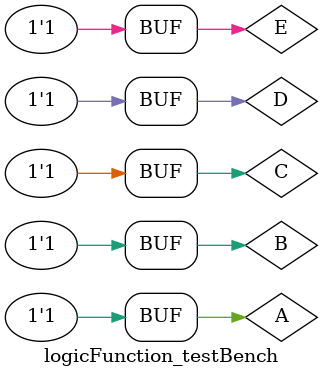
<source format=sv>
`timescale 1ns / 1ps


module logicFunction_testBench();
    reg A,B,C,D,E;
    wire F;
    
    logicFunction func(.A(A),.B(B),.C(C),.D(D),.E(E),.F(F));
    initial begin
        #100
        #10 A = 0; B = 0; C = 0; D = 0; E = 0;
        #10;A = 0; B = 0; C = 0; D = 0; E = 1;
        #10;A = 0; B = 0; C = 0; D = 1; E = 0;
        #10;A = 0; B = 0; C = 0; D = 1; E = 1;
        #10;A = 0; B = 0; C = 1; D = 0; E = 0;
        #10;A = 0; B = 0; C = 1; D = 0; E = 1;
        #10;A = 0; B = 0; C = 1; D = 1; E = 0;
        #10;A = 0; B = 0; C = 1; D = 1; E = 1;
        #10;A = 0; B = 1; C = 0; D = 0; E = 0;
        #10;A = 0; B = 1; C = 0; D = 0; E = 1;
        #10;A = 0; B = 1; C = 0; D = 1; E = 0;
        #10;A = 0; B = 1; C = 0; D = 1; E = 1;
        #10;A = 0; B = 1; C = 1; D = 0; E = 0;
        #10;A = 0; B = 1; C = 1; D = 0; E = 1;
        #10;A = 0; B = 1; C = 1; D = 1; E = 0;
        #10;A = 0; B = 1; C = 1; D = 1; E = 1;
        #10;A = 1; B = 0; C = 0; D = 0; E = 0;
        #10;A = 1; B = 0; C = 0; D = 0; E = 1;
        #10;A = 1; B = 0; C = 0; D = 1; E = 0;
        #10;A = 1; B = 0; C = 0; D = 1; E = 1;
        #10;A = 1; B = 0; C = 1; D = 0; E = 0;
        #10;A = 1; B = 0; C = 1; D = 0; E = 1;
        #10;A = 1; B = 0; C = 1; D = 1; E = 0;
        #10;A = 1; B = 0; C = 1; D = 1; E = 1;
        #10;A = 1; B = 1; C = 0; D = 0; E = 0;
        #10;A = 1; B = 1; C = 0; D = 0; E = 1;
        #10;A = 1; B = 1; C = 0; D = 1; E = 0;
        #10;A = 1; B = 1; C = 0; D = 1; E = 1;
        #10;A = 1; B = 1; C = 1; D = 0; E = 0;
        #10;A = 1; B = 1; C = 1; D = 0; E = 1;
        #10;A = 1; B = 1; C = 1; D = 1; E = 0;
        #10;A = 1; B = 1; C = 1; D = 1; E = 1;
        #10;
        
    end    
endmodule

</source>
